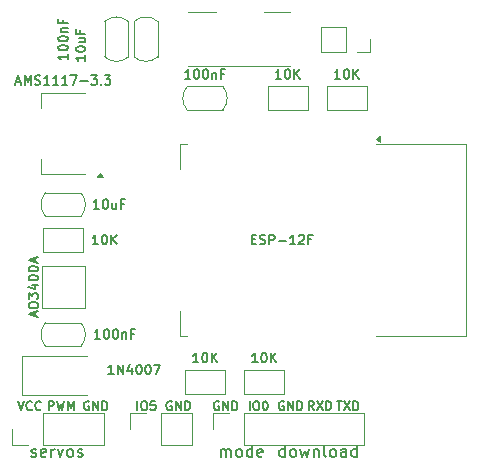
<source format=gto>
%TF.GenerationSoftware,KiCad,Pcbnew,8.0.7*%
%TF.CreationDate,2025-01-03T22:16:07+08:00*%
%TF.ProjectId,remote_fingers_ESP8266,72656d6f-7465-45f6-9669-6e676572735f,rev?*%
%TF.SameCoordinates,Original*%
%TF.FileFunction,Legend,Top*%
%TF.FilePolarity,Positive*%
%FSLAX46Y46*%
G04 Gerber Fmt 4.6, Leading zero omitted, Abs format (unit mm)*
G04 Created by KiCad (PCBNEW 8.0.7) date 2025-01-03 22:16:07*
%MOMM*%
%LPD*%
G01*
G04 APERTURE LIST*
%ADD10C,0.150000*%
%ADD11C,0.120000*%
G04 APERTURE END LIST*
D10*
X75289160Y-118322200D02*
X75384398Y-118369819D01*
X75384398Y-118369819D02*
X75574874Y-118369819D01*
X75574874Y-118369819D02*
X75670112Y-118322200D01*
X75670112Y-118322200D02*
X75717731Y-118226961D01*
X75717731Y-118226961D02*
X75717731Y-118179342D01*
X75717731Y-118179342D02*
X75670112Y-118084104D01*
X75670112Y-118084104D02*
X75574874Y-118036485D01*
X75574874Y-118036485D02*
X75432017Y-118036485D01*
X75432017Y-118036485D02*
X75336779Y-117988866D01*
X75336779Y-117988866D02*
X75289160Y-117893628D01*
X75289160Y-117893628D02*
X75289160Y-117846009D01*
X75289160Y-117846009D02*
X75336779Y-117750771D01*
X75336779Y-117750771D02*
X75432017Y-117703152D01*
X75432017Y-117703152D02*
X75574874Y-117703152D01*
X75574874Y-117703152D02*
X75670112Y-117750771D01*
X76527255Y-118322200D02*
X76432017Y-118369819D01*
X76432017Y-118369819D02*
X76241541Y-118369819D01*
X76241541Y-118369819D02*
X76146303Y-118322200D01*
X76146303Y-118322200D02*
X76098684Y-118226961D01*
X76098684Y-118226961D02*
X76098684Y-117846009D01*
X76098684Y-117846009D02*
X76146303Y-117750771D01*
X76146303Y-117750771D02*
X76241541Y-117703152D01*
X76241541Y-117703152D02*
X76432017Y-117703152D01*
X76432017Y-117703152D02*
X76527255Y-117750771D01*
X76527255Y-117750771D02*
X76574874Y-117846009D01*
X76574874Y-117846009D02*
X76574874Y-117941247D01*
X76574874Y-117941247D02*
X76098684Y-118036485D01*
X77003446Y-118369819D02*
X77003446Y-117703152D01*
X77003446Y-117893628D02*
X77051065Y-117798390D01*
X77051065Y-117798390D02*
X77098684Y-117750771D01*
X77098684Y-117750771D02*
X77193922Y-117703152D01*
X77193922Y-117703152D02*
X77289160Y-117703152D01*
X77527256Y-117703152D02*
X77765351Y-118369819D01*
X77765351Y-118369819D02*
X78003446Y-117703152D01*
X78527256Y-118369819D02*
X78432018Y-118322200D01*
X78432018Y-118322200D02*
X78384399Y-118274580D01*
X78384399Y-118274580D02*
X78336780Y-118179342D01*
X78336780Y-118179342D02*
X78336780Y-117893628D01*
X78336780Y-117893628D02*
X78384399Y-117798390D01*
X78384399Y-117798390D02*
X78432018Y-117750771D01*
X78432018Y-117750771D02*
X78527256Y-117703152D01*
X78527256Y-117703152D02*
X78670113Y-117703152D01*
X78670113Y-117703152D02*
X78765351Y-117750771D01*
X78765351Y-117750771D02*
X78812970Y-117798390D01*
X78812970Y-117798390D02*
X78860589Y-117893628D01*
X78860589Y-117893628D02*
X78860589Y-118179342D01*
X78860589Y-118179342D02*
X78812970Y-118274580D01*
X78812970Y-118274580D02*
X78765351Y-118322200D01*
X78765351Y-118322200D02*
X78670113Y-118369819D01*
X78670113Y-118369819D02*
X78527256Y-118369819D01*
X79241542Y-118322200D02*
X79336780Y-118369819D01*
X79336780Y-118369819D02*
X79527256Y-118369819D01*
X79527256Y-118369819D02*
X79622494Y-118322200D01*
X79622494Y-118322200D02*
X79670113Y-118226961D01*
X79670113Y-118226961D02*
X79670113Y-118179342D01*
X79670113Y-118179342D02*
X79622494Y-118084104D01*
X79622494Y-118084104D02*
X79527256Y-118036485D01*
X79527256Y-118036485D02*
X79384399Y-118036485D01*
X79384399Y-118036485D02*
X79289161Y-117988866D01*
X79289161Y-117988866D02*
X79241542Y-117893628D01*
X79241542Y-117893628D02*
X79241542Y-117846009D01*
X79241542Y-117846009D02*
X79289161Y-117750771D01*
X79289161Y-117750771D02*
X79384399Y-117703152D01*
X79384399Y-117703152D02*
X79527256Y-117703152D01*
X79527256Y-117703152D02*
X79622494Y-117750771D01*
X91336779Y-118369819D02*
X91336779Y-117703152D01*
X91336779Y-117798390D02*
X91384398Y-117750771D01*
X91384398Y-117750771D02*
X91479636Y-117703152D01*
X91479636Y-117703152D02*
X91622493Y-117703152D01*
X91622493Y-117703152D02*
X91717731Y-117750771D01*
X91717731Y-117750771D02*
X91765350Y-117846009D01*
X91765350Y-117846009D02*
X91765350Y-118369819D01*
X91765350Y-117846009D02*
X91812969Y-117750771D01*
X91812969Y-117750771D02*
X91908207Y-117703152D01*
X91908207Y-117703152D02*
X92051064Y-117703152D01*
X92051064Y-117703152D02*
X92146303Y-117750771D01*
X92146303Y-117750771D02*
X92193922Y-117846009D01*
X92193922Y-117846009D02*
X92193922Y-118369819D01*
X92812969Y-118369819D02*
X92717731Y-118322200D01*
X92717731Y-118322200D02*
X92670112Y-118274580D01*
X92670112Y-118274580D02*
X92622493Y-118179342D01*
X92622493Y-118179342D02*
X92622493Y-117893628D01*
X92622493Y-117893628D02*
X92670112Y-117798390D01*
X92670112Y-117798390D02*
X92717731Y-117750771D01*
X92717731Y-117750771D02*
X92812969Y-117703152D01*
X92812969Y-117703152D02*
X92955826Y-117703152D01*
X92955826Y-117703152D02*
X93051064Y-117750771D01*
X93051064Y-117750771D02*
X93098683Y-117798390D01*
X93098683Y-117798390D02*
X93146302Y-117893628D01*
X93146302Y-117893628D02*
X93146302Y-118179342D01*
X93146302Y-118179342D02*
X93098683Y-118274580D01*
X93098683Y-118274580D02*
X93051064Y-118322200D01*
X93051064Y-118322200D02*
X92955826Y-118369819D01*
X92955826Y-118369819D02*
X92812969Y-118369819D01*
X94003445Y-118369819D02*
X94003445Y-117369819D01*
X94003445Y-118322200D02*
X93908207Y-118369819D01*
X93908207Y-118369819D02*
X93717731Y-118369819D01*
X93717731Y-118369819D02*
X93622493Y-118322200D01*
X93622493Y-118322200D02*
X93574874Y-118274580D01*
X93574874Y-118274580D02*
X93527255Y-118179342D01*
X93527255Y-118179342D02*
X93527255Y-117893628D01*
X93527255Y-117893628D02*
X93574874Y-117798390D01*
X93574874Y-117798390D02*
X93622493Y-117750771D01*
X93622493Y-117750771D02*
X93717731Y-117703152D01*
X93717731Y-117703152D02*
X93908207Y-117703152D01*
X93908207Y-117703152D02*
X94003445Y-117750771D01*
X94860588Y-118322200D02*
X94765350Y-118369819D01*
X94765350Y-118369819D02*
X94574874Y-118369819D01*
X94574874Y-118369819D02*
X94479636Y-118322200D01*
X94479636Y-118322200D02*
X94432017Y-118226961D01*
X94432017Y-118226961D02*
X94432017Y-117846009D01*
X94432017Y-117846009D02*
X94479636Y-117750771D01*
X94479636Y-117750771D02*
X94574874Y-117703152D01*
X94574874Y-117703152D02*
X94765350Y-117703152D01*
X94765350Y-117703152D02*
X94860588Y-117750771D01*
X94860588Y-117750771D02*
X94908207Y-117846009D01*
X94908207Y-117846009D02*
X94908207Y-117941247D01*
X94908207Y-117941247D02*
X94432017Y-118036485D01*
X96765350Y-118369819D02*
X96765350Y-117369819D01*
X96765350Y-118322200D02*
X96670112Y-118369819D01*
X96670112Y-118369819D02*
X96479636Y-118369819D01*
X96479636Y-118369819D02*
X96384398Y-118322200D01*
X96384398Y-118322200D02*
X96336779Y-118274580D01*
X96336779Y-118274580D02*
X96289160Y-118179342D01*
X96289160Y-118179342D02*
X96289160Y-117893628D01*
X96289160Y-117893628D02*
X96336779Y-117798390D01*
X96336779Y-117798390D02*
X96384398Y-117750771D01*
X96384398Y-117750771D02*
X96479636Y-117703152D01*
X96479636Y-117703152D02*
X96670112Y-117703152D01*
X96670112Y-117703152D02*
X96765350Y-117750771D01*
X97384398Y-118369819D02*
X97289160Y-118322200D01*
X97289160Y-118322200D02*
X97241541Y-118274580D01*
X97241541Y-118274580D02*
X97193922Y-118179342D01*
X97193922Y-118179342D02*
X97193922Y-117893628D01*
X97193922Y-117893628D02*
X97241541Y-117798390D01*
X97241541Y-117798390D02*
X97289160Y-117750771D01*
X97289160Y-117750771D02*
X97384398Y-117703152D01*
X97384398Y-117703152D02*
X97527255Y-117703152D01*
X97527255Y-117703152D02*
X97622493Y-117750771D01*
X97622493Y-117750771D02*
X97670112Y-117798390D01*
X97670112Y-117798390D02*
X97717731Y-117893628D01*
X97717731Y-117893628D02*
X97717731Y-118179342D01*
X97717731Y-118179342D02*
X97670112Y-118274580D01*
X97670112Y-118274580D02*
X97622493Y-118322200D01*
X97622493Y-118322200D02*
X97527255Y-118369819D01*
X97527255Y-118369819D02*
X97384398Y-118369819D01*
X98051065Y-117703152D02*
X98241541Y-118369819D01*
X98241541Y-118369819D02*
X98432017Y-117893628D01*
X98432017Y-117893628D02*
X98622493Y-118369819D01*
X98622493Y-118369819D02*
X98812969Y-117703152D01*
X99193922Y-117703152D02*
X99193922Y-118369819D01*
X99193922Y-117798390D02*
X99241541Y-117750771D01*
X99241541Y-117750771D02*
X99336779Y-117703152D01*
X99336779Y-117703152D02*
X99479636Y-117703152D01*
X99479636Y-117703152D02*
X99574874Y-117750771D01*
X99574874Y-117750771D02*
X99622493Y-117846009D01*
X99622493Y-117846009D02*
X99622493Y-118369819D01*
X100241541Y-118369819D02*
X100146303Y-118322200D01*
X100146303Y-118322200D02*
X100098684Y-118226961D01*
X100098684Y-118226961D02*
X100098684Y-117369819D01*
X100765351Y-118369819D02*
X100670113Y-118322200D01*
X100670113Y-118322200D02*
X100622494Y-118274580D01*
X100622494Y-118274580D02*
X100574875Y-118179342D01*
X100574875Y-118179342D02*
X100574875Y-117893628D01*
X100574875Y-117893628D02*
X100622494Y-117798390D01*
X100622494Y-117798390D02*
X100670113Y-117750771D01*
X100670113Y-117750771D02*
X100765351Y-117703152D01*
X100765351Y-117703152D02*
X100908208Y-117703152D01*
X100908208Y-117703152D02*
X101003446Y-117750771D01*
X101003446Y-117750771D02*
X101051065Y-117798390D01*
X101051065Y-117798390D02*
X101098684Y-117893628D01*
X101098684Y-117893628D02*
X101098684Y-118179342D01*
X101098684Y-118179342D02*
X101051065Y-118274580D01*
X101051065Y-118274580D02*
X101003446Y-118322200D01*
X101003446Y-118322200D02*
X100908208Y-118369819D01*
X100908208Y-118369819D02*
X100765351Y-118369819D01*
X101955827Y-118369819D02*
X101955827Y-117846009D01*
X101955827Y-117846009D02*
X101908208Y-117750771D01*
X101908208Y-117750771D02*
X101812970Y-117703152D01*
X101812970Y-117703152D02*
X101622494Y-117703152D01*
X101622494Y-117703152D02*
X101527256Y-117750771D01*
X101955827Y-118322200D02*
X101860589Y-118369819D01*
X101860589Y-118369819D02*
X101622494Y-118369819D01*
X101622494Y-118369819D02*
X101527256Y-118322200D01*
X101527256Y-118322200D02*
X101479637Y-118226961D01*
X101479637Y-118226961D02*
X101479637Y-118131723D01*
X101479637Y-118131723D02*
X101527256Y-118036485D01*
X101527256Y-118036485D02*
X101622494Y-117988866D01*
X101622494Y-117988866D02*
X101860589Y-117988866D01*
X101860589Y-117988866D02*
X101955827Y-117941247D01*
X102860589Y-118369819D02*
X102860589Y-117369819D01*
X102860589Y-118322200D02*
X102765351Y-118369819D01*
X102765351Y-118369819D02*
X102574875Y-118369819D01*
X102574875Y-118369819D02*
X102479637Y-118322200D01*
X102479637Y-118322200D02*
X102432018Y-118274580D01*
X102432018Y-118274580D02*
X102384399Y-118179342D01*
X102384399Y-118179342D02*
X102384399Y-117893628D01*
X102384399Y-117893628D02*
X102432018Y-117798390D01*
X102432018Y-117798390D02*
X102479637Y-117750771D01*
X102479637Y-117750771D02*
X102574875Y-117703152D01*
X102574875Y-117703152D02*
X102765351Y-117703152D01*
X102765351Y-117703152D02*
X102860589Y-117750771D01*
X101170112Y-113650414D02*
X101598684Y-113650414D01*
X101384398Y-114400414D02*
X101384398Y-113650414D01*
X101777255Y-113650414D02*
X102277255Y-114400414D01*
X102277255Y-113650414D02*
X101777255Y-114400414D01*
X102562970Y-114400414D02*
X102562970Y-113650414D01*
X102562970Y-113650414D02*
X102741541Y-113650414D01*
X102741541Y-113650414D02*
X102848684Y-113686128D01*
X102848684Y-113686128D02*
X102920113Y-113757557D01*
X102920113Y-113757557D02*
X102955827Y-113828985D01*
X102955827Y-113828985D02*
X102991541Y-113971842D01*
X102991541Y-113971842D02*
X102991541Y-114078985D01*
X102991541Y-114078985D02*
X102955827Y-114221842D01*
X102955827Y-114221842D02*
X102920113Y-114293271D01*
X102920113Y-114293271D02*
X102848684Y-114364700D01*
X102848684Y-114364700D02*
X102741541Y-114400414D01*
X102741541Y-114400414D02*
X102562970Y-114400414D01*
X99205826Y-114400414D02*
X98955826Y-114043271D01*
X98777255Y-114400414D02*
X98777255Y-113650414D01*
X98777255Y-113650414D02*
X99062969Y-113650414D01*
X99062969Y-113650414D02*
X99134398Y-113686128D01*
X99134398Y-113686128D02*
X99170112Y-113721842D01*
X99170112Y-113721842D02*
X99205826Y-113793271D01*
X99205826Y-113793271D02*
X99205826Y-113900414D01*
X99205826Y-113900414D02*
X99170112Y-113971842D01*
X99170112Y-113971842D02*
X99134398Y-114007557D01*
X99134398Y-114007557D02*
X99062969Y-114043271D01*
X99062969Y-114043271D02*
X98777255Y-114043271D01*
X99455826Y-113650414D02*
X99955826Y-114400414D01*
X99955826Y-113650414D02*
X99455826Y-114400414D01*
X100241541Y-114400414D02*
X100241541Y-113650414D01*
X100241541Y-113650414D02*
X100420112Y-113650414D01*
X100420112Y-113650414D02*
X100527255Y-113686128D01*
X100527255Y-113686128D02*
X100598684Y-113757557D01*
X100598684Y-113757557D02*
X100634398Y-113828985D01*
X100634398Y-113828985D02*
X100670112Y-113971842D01*
X100670112Y-113971842D02*
X100670112Y-114078985D01*
X100670112Y-114078985D02*
X100634398Y-114221842D01*
X100634398Y-114221842D02*
X100598684Y-114293271D01*
X100598684Y-114293271D02*
X100527255Y-114364700D01*
X100527255Y-114364700D02*
X100420112Y-114400414D01*
X100420112Y-114400414D02*
X100241541Y-114400414D01*
X96670112Y-113686128D02*
X96598684Y-113650414D01*
X96598684Y-113650414D02*
X96491541Y-113650414D01*
X96491541Y-113650414D02*
X96384398Y-113686128D01*
X96384398Y-113686128D02*
X96312969Y-113757557D01*
X96312969Y-113757557D02*
X96277255Y-113828985D01*
X96277255Y-113828985D02*
X96241541Y-113971842D01*
X96241541Y-113971842D02*
X96241541Y-114078985D01*
X96241541Y-114078985D02*
X96277255Y-114221842D01*
X96277255Y-114221842D02*
X96312969Y-114293271D01*
X96312969Y-114293271D02*
X96384398Y-114364700D01*
X96384398Y-114364700D02*
X96491541Y-114400414D01*
X96491541Y-114400414D02*
X96562969Y-114400414D01*
X96562969Y-114400414D02*
X96670112Y-114364700D01*
X96670112Y-114364700D02*
X96705826Y-114328985D01*
X96705826Y-114328985D02*
X96705826Y-114078985D01*
X96705826Y-114078985D02*
X96562969Y-114078985D01*
X97027255Y-114400414D02*
X97027255Y-113650414D01*
X97027255Y-113650414D02*
X97455826Y-114400414D01*
X97455826Y-114400414D02*
X97455826Y-113650414D01*
X97812969Y-114400414D02*
X97812969Y-113650414D01*
X97812969Y-113650414D02*
X97991540Y-113650414D01*
X97991540Y-113650414D02*
X98098683Y-113686128D01*
X98098683Y-113686128D02*
X98170112Y-113757557D01*
X98170112Y-113757557D02*
X98205826Y-113828985D01*
X98205826Y-113828985D02*
X98241540Y-113971842D01*
X98241540Y-113971842D02*
X98241540Y-114078985D01*
X98241540Y-114078985D02*
X98205826Y-114221842D01*
X98205826Y-114221842D02*
X98170112Y-114293271D01*
X98170112Y-114293271D02*
X98098683Y-114364700D01*
X98098683Y-114364700D02*
X97991540Y-114400414D01*
X97991540Y-114400414D02*
X97812969Y-114400414D01*
X93777255Y-114400414D02*
X93777255Y-113650414D01*
X94277255Y-113650414D02*
X94420112Y-113650414D01*
X94420112Y-113650414D02*
X94491541Y-113686128D01*
X94491541Y-113686128D02*
X94562969Y-113757557D01*
X94562969Y-113757557D02*
X94598684Y-113900414D01*
X94598684Y-113900414D02*
X94598684Y-114150414D01*
X94598684Y-114150414D02*
X94562969Y-114293271D01*
X94562969Y-114293271D02*
X94491541Y-114364700D01*
X94491541Y-114364700D02*
X94420112Y-114400414D01*
X94420112Y-114400414D02*
X94277255Y-114400414D01*
X94277255Y-114400414D02*
X94205827Y-114364700D01*
X94205827Y-114364700D02*
X94134398Y-114293271D01*
X94134398Y-114293271D02*
X94098684Y-114150414D01*
X94098684Y-114150414D02*
X94098684Y-113900414D01*
X94098684Y-113900414D02*
X94134398Y-113757557D01*
X94134398Y-113757557D02*
X94205827Y-113686128D01*
X94205827Y-113686128D02*
X94277255Y-113650414D01*
X95062969Y-113650414D02*
X95134398Y-113650414D01*
X95134398Y-113650414D02*
X95205826Y-113686128D01*
X95205826Y-113686128D02*
X95241541Y-113721842D01*
X95241541Y-113721842D02*
X95277255Y-113793271D01*
X95277255Y-113793271D02*
X95312969Y-113936128D01*
X95312969Y-113936128D02*
X95312969Y-114114700D01*
X95312969Y-114114700D02*
X95277255Y-114257557D01*
X95277255Y-114257557D02*
X95241541Y-114328985D01*
X95241541Y-114328985D02*
X95205826Y-114364700D01*
X95205826Y-114364700D02*
X95134398Y-114400414D01*
X95134398Y-114400414D02*
X95062969Y-114400414D01*
X95062969Y-114400414D02*
X94991541Y-114364700D01*
X94991541Y-114364700D02*
X94955826Y-114328985D01*
X94955826Y-114328985D02*
X94920112Y-114257557D01*
X94920112Y-114257557D02*
X94884398Y-114114700D01*
X94884398Y-114114700D02*
X94884398Y-113936128D01*
X94884398Y-113936128D02*
X94920112Y-113793271D01*
X94920112Y-113793271D02*
X94955826Y-113721842D01*
X94955826Y-113721842D02*
X94991541Y-113686128D01*
X94991541Y-113686128D02*
X95062969Y-113650414D01*
X91170112Y-113686128D02*
X91098684Y-113650414D01*
X91098684Y-113650414D02*
X90991541Y-113650414D01*
X90991541Y-113650414D02*
X90884398Y-113686128D01*
X90884398Y-113686128D02*
X90812969Y-113757557D01*
X90812969Y-113757557D02*
X90777255Y-113828985D01*
X90777255Y-113828985D02*
X90741541Y-113971842D01*
X90741541Y-113971842D02*
X90741541Y-114078985D01*
X90741541Y-114078985D02*
X90777255Y-114221842D01*
X90777255Y-114221842D02*
X90812969Y-114293271D01*
X90812969Y-114293271D02*
X90884398Y-114364700D01*
X90884398Y-114364700D02*
X90991541Y-114400414D01*
X90991541Y-114400414D02*
X91062969Y-114400414D01*
X91062969Y-114400414D02*
X91170112Y-114364700D01*
X91170112Y-114364700D02*
X91205826Y-114328985D01*
X91205826Y-114328985D02*
X91205826Y-114078985D01*
X91205826Y-114078985D02*
X91062969Y-114078985D01*
X91527255Y-114400414D02*
X91527255Y-113650414D01*
X91527255Y-113650414D02*
X91955826Y-114400414D01*
X91955826Y-114400414D02*
X91955826Y-113650414D01*
X92312969Y-114400414D02*
X92312969Y-113650414D01*
X92312969Y-113650414D02*
X92491540Y-113650414D01*
X92491540Y-113650414D02*
X92598683Y-113686128D01*
X92598683Y-113686128D02*
X92670112Y-113757557D01*
X92670112Y-113757557D02*
X92705826Y-113828985D01*
X92705826Y-113828985D02*
X92741540Y-113971842D01*
X92741540Y-113971842D02*
X92741540Y-114078985D01*
X92741540Y-114078985D02*
X92705826Y-114221842D01*
X92705826Y-114221842D02*
X92670112Y-114293271D01*
X92670112Y-114293271D02*
X92598683Y-114364700D01*
X92598683Y-114364700D02*
X92491540Y-114400414D01*
X92491540Y-114400414D02*
X92312969Y-114400414D01*
X84277255Y-114400414D02*
X84277255Y-113650414D01*
X84777255Y-113650414D02*
X84920112Y-113650414D01*
X84920112Y-113650414D02*
X84991541Y-113686128D01*
X84991541Y-113686128D02*
X85062969Y-113757557D01*
X85062969Y-113757557D02*
X85098684Y-113900414D01*
X85098684Y-113900414D02*
X85098684Y-114150414D01*
X85098684Y-114150414D02*
X85062969Y-114293271D01*
X85062969Y-114293271D02*
X84991541Y-114364700D01*
X84991541Y-114364700D02*
X84920112Y-114400414D01*
X84920112Y-114400414D02*
X84777255Y-114400414D01*
X84777255Y-114400414D02*
X84705827Y-114364700D01*
X84705827Y-114364700D02*
X84634398Y-114293271D01*
X84634398Y-114293271D02*
X84598684Y-114150414D01*
X84598684Y-114150414D02*
X84598684Y-113900414D01*
X84598684Y-113900414D02*
X84634398Y-113757557D01*
X84634398Y-113757557D02*
X84705827Y-113686128D01*
X84705827Y-113686128D02*
X84777255Y-113650414D01*
X85777255Y-113650414D02*
X85420112Y-113650414D01*
X85420112Y-113650414D02*
X85384398Y-114007557D01*
X85384398Y-114007557D02*
X85420112Y-113971842D01*
X85420112Y-113971842D02*
X85491541Y-113936128D01*
X85491541Y-113936128D02*
X85670112Y-113936128D01*
X85670112Y-113936128D02*
X85741541Y-113971842D01*
X85741541Y-113971842D02*
X85777255Y-114007557D01*
X85777255Y-114007557D02*
X85812969Y-114078985D01*
X85812969Y-114078985D02*
X85812969Y-114257557D01*
X85812969Y-114257557D02*
X85777255Y-114328985D01*
X85777255Y-114328985D02*
X85741541Y-114364700D01*
X85741541Y-114364700D02*
X85670112Y-114400414D01*
X85670112Y-114400414D02*
X85491541Y-114400414D01*
X85491541Y-114400414D02*
X85420112Y-114364700D01*
X85420112Y-114364700D02*
X85384398Y-114328985D01*
X87170112Y-113686128D02*
X87098684Y-113650414D01*
X87098684Y-113650414D02*
X86991541Y-113650414D01*
X86991541Y-113650414D02*
X86884398Y-113686128D01*
X86884398Y-113686128D02*
X86812969Y-113757557D01*
X86812969Y-113757557D02*
X86777255Y-113828985D01*
X86777255Y-113828985D02*
X86741541Y-113971842D01*
X86741541Y-113971842D02*
X86741541Y-114078985D01*
X86741541Y-114078985D02*
X86777255Y-114221842D01*
X86777255Y-114221842D02*
X86812969Y-114293271D01*
X86812969Y-114293271D02*
X86884398Y-114364700D01*
X86884398Y-114364700D02*
X86991541Y-114400414D01*
X86991541Y-114400414D02*
X87062969Y-114400414D01*
X87062969Y-114400414D02*
X87170112Y-114364700D01*
X87170112Y-114364700D02*
X87205826Y-114328985D01*
X87205826Y-114328985D02*
X87205826Y-114078985D01*
X87205826Y-114078985D02*
X87062969Y-114078985D01*
X87527255Y-114400414D02*
X87527255Y-113650414D01*
X87527255Y-113650414D02*
X87955826Y-114400414D01*
X87955826Y-114400414D02*
X87955826Y-113650414D01*
X88312969Y-114400414D02*
X88312969Y-113650414D01*
X88312969Y-113650414D02*
X88491540Y-113650414D01*
X88491540Y-113650414D02*
X88598683Y-113686128D01*
X88598683Y-113686128D02*
X88670112Y-113757557D01*
X88670112Y-113757557D02*
X88705826Y-113828985D01*
X88705826Y-113828985D02*
X88741540Y-113971842D01*
X88741540Y-113971842D02*
X88741540Y-114078985D01*
X88741540Y-114078985D02*
X88705826Y-114221842D01*
X88705826Y-114221842D02*
X88670112Y-114293271D01*
X88670112Y-114293271D02*
X88598683Y-114364700D01*
X88598683Y-114364700D02*
X88491540Y-114400414D01*
X88491540Y-114400414D02*
X88312969Y-114400414D01*
X80170112Y-113686128D02*
X80098684Y-113650414D01*
X80098684Y-113650414D02*
X79991541Y-113650414D01*
X79991541Y-113650414D02*
X79884398Y-113686128D01*
X79884398Y-113686128D02*
X79812969Y-113757557D01*
X79812969Y-113757557D02*
X79777255Y-113828985D01*
X79777255Y-113828985D02*
X79741541Y-113971842D01*
X79741541Y-113971842D02*
X79741541Y-114078985D01*
X79741541Y-114078985D02*
X79777255Y-114221842D01*
X79777255Y-114221842D02*
X79812969Y-114293271D01*
X79812969Y-114293271D02*
X79884398Y-114364700D01*
X79884398Y-114364700D02*
X79991541Y-114400414D01*
X79991541Y-114400414D02*
X80062969Y-114400414D01*
X80062969Y-114400414D02*
X80170112Y-114364700D01*
X80170112Y-114364700D02*
X80205826Y-114328985D01*
X80205826Y-114328985D02*
X80205826Y-114078985D01*
X80205826Y-114078985D02*
X80062969Y-114078985D01*
X80527255Y-114400414D02*
X80527255Y-113650414D01*
X80527255Y-113650414D02*
X80955826Y-114400414D01*
X80955826Y-114400414D02*
X80955826Y-113650414D01*
X81312969Y-114400414D02*
X81312969Y-113650414D01*
X81312969Y-113650414D02*
X81491540Y-113650414D01*
X81491540Y-113650414D02*
X81598683Y-113686128D01*
X81598683Y-113686128D02*
X81670112Y-113757557D01*
X81670112Y-113757557D02*
X81705826Y-113828985D01*
X81705826Y-113828985D02*
X81741540Y-113971842D01*
X81741540Y-113971842D02*
X81741540Y-114078985D01*
X81741540Y-114078985D02*
X81705826Y-114221842D01*
X81705826Y-114221842D02*
X81670112Y-114293271D01*
X81670112Y-114293271D02*
X81598683Y-114364700D01*
X81598683Y-114364700D02*
X81491540Y-114400414D01*
X81491540Y-114400414D02*
X81312969Y-114400414D01*
X76777255Y-114400414D02*
X76777255Y-113650414D01*
X76777255Y-113650414D02*
X77062969Y-113650414D01*
X77062969Y-113650414D02*
X77134398Y-113686128D01*
X77134398Y-113686128D02*
X77170112Y-113721842D01*
X77170112Y-113721842D02*
X77205826Y-113793271D01*
X77205826Y-113793271D02*
X77205826Y-113900414D01*
X77205826Y-113900414D02*
X77170112Y-113971842D01*
X77170112Y-113971842D02*
X77134398Y-114007557D01*
X77134398Y-114007557D02*
X77062969Y-114043271D01*
X77062969Y-114043271D02*
X76777255Y-114043271D01*
X77455826Y-113650414D02*
X77634398Y-114400414D01*
X77634398Y-114400414D02*
X77777255Y-113864700D01*
X77777255Y-113864700D02*
X77920112Y-114400414D01*
X77920112Y-114400414D02*
X78098684Y-113650414D01*
X78384398Y-114400414D02*
X78384398Y-113650414D01*
X78384398Y-113650414D02*
X78634398Y-114186128D01*
X78634398Y-114186128D02*
X78884398Y-113650414D01*
X78884398Y-113650414D02*
X78884398Y-114400414D01*
X74170112Y-113650414D02*
X74420112Y-114400414D01*
X74420112Y-114400414D02*
X74670112Y-113650414D01*
X75348683Y-114328985D02*
X75312969Y-114364700D01*
X75312969Y-114364700D02*
X75205826Y-114400414D01*
X75205826Y-114400414D02*
X75134398Y-114400414D01*
X75134398Y-114400414D02*
X75027255Y-114364700D01*
X75027255Y-114364700D02*
X74955826Y-114293271D01*
X74955826Y-114293271D02*
X74920112Y-114221842D01*
X74920112Y-114221842D02*
X74884398Y-114078985D01*
X74884398Y-114078985D02*
X74884398Y-113971842D01*
X74884398Y-113971842D02*
X74920112Y-113828985D01*
X74920112Y-113828985D02*
X74955826Y-113757557D01*
X74955826Y-113757557D02*
X75027255Y-113686128D01*
X75027255Y-113686128D02*
X75134398Y-113650414D01*
X75134398Y-113650414D02*
X75205826Y-113650414D01*
X75205826Y-113650414D02*
X75312969Y-113686128D01*
X75312969Y-113686128D02*
X75348683Y-113721842D01*
X76098683Y-114328985D02*
X76062969Y-114364700D01*
X76062969Y-114364700D02*
X75955826Y-114400414D01*
X75955826Y-114400414D02*
X75884398Y-114400414D01*
X75884398Y-114400414D02*
X75777255Y-114364700D01*
X75777255Y-114364700D02*
X75705826Y-114293271D01*
X75705826Y-114293271D02*
X75670112Y-114221842D01*
X75670112Y-114221842D02*
X75634398Y-114078985D01*
X75634398Y-114078985D02*
X75634398Y-113971842D01*
X75634398Y-113971842D02*
X75670112Y-113828985D01*
X75670112Y-113828985D02*
X75705826Y-113757557D01*
X75705826Y-113757557D02*
X75777255Y-113686128D01*
X75777255Y-113686128D02*
X75884398Y-113650414D01*
X75884398Y-113650414D02*
X75955826Y-113650414D01*
X75955826Y-113650414D02*
X76062969Y-113686128D01*
X76062969Y-113686128D02*
X76098683Y-113721842D01*
X93947619Y-99943247D02*
X94214285Y-99943247D01*
X94328571Y-100362295D02*
X93947619Y-100362295D01*
X93947619Y-100362295D02*
X93947619Y-99562295D01*
X93947619Y-99562295D02*
X94328571Y-99562295D01*
X94633333Y-100324200D02*
X94747619Y-100362295D01*
X94747619Y-100362295D02*
X94938095Y-100362295D01*
X94938095Y-100362295D02*
X95014286Y-100324200D01*
X95014286Y-100324200D02*
X95052381Y-100286104D01*
X95052381Y-100286104D02*
X95090476Y-100209914D01*
X95090476Y-100209914D02*
X95090476Y-100133723D01*
X95090476Y-100133723D02*
X95052381Y-100057533D01*
X95052381Y-100057533D02*
X95014286Y-100019438D01*
X95014286Y-100019438D02*
X94938095Y-99981342D01*
X94938095Y-99981342D02*
X94785714Y-99943247D01*
X94785714Y-99943247D02*
X94709524Y-99905152D01*
X94709524Y-99905152D02*
X94671429Y-99867057D01*
X94671429Y-99867057D02*
X94633333Y-99790866D01*
X94633333Y-99790866D02*
X94633333Y-99714676D01*
X94633333Y-99714676D02*
X94671429Y-99638485D01*
X94671429Y-99638485D02*
X94709524Y-99600390D01*
X94709524Y-99600390D02*
X94785714Y-99562295D01*
X94785714Y-99562295D02*
X94976191Y-99562295D01*
X94976191Y-99562295D02*
X95090476Y-99600390D01*
X95433334Y-100362295D02*
X95433334Y-99562295D01*
X95433334Y-99562295D02*
X95738096Y-99562295D01*
X95738096Y-99562295D02*
X95814286Y-99600390D01*
X95814286Y-99600390D02*
X95852381Y-99638485D01*
X95852381Y-99638485D02*
X95890477Y-99714676D01*
X95890477Y-99714676D02*
X95890477Y-99828961D01*
X95890477Y-99828961D02*
X95852381Y-99905152D01*
X95852381Y-99905152D02*
X95814286Y-99943247D01*
X95814286Y-99943247D02*
X95738096Y-99981342D01*
X95738096Y-99981342D02*
X95433334Y-99981342D01*
X96233334Y-100057533D02*
X96842858Y-100057533D01*
X97642857Y-100362295D02*
X97185714Y-100362295D01*
X97414286Y-100362295D02*
X97414286Y-99562295D01*
X97414286Y-99562295D02*
X97338095Y-99676580D01*
X97338095Y-99676580D02*
X97261905Y-99752771D01*
X97261905Y-99752771D02*
X97185714Y-99790866D01*
X97947619Y-99638485D02*
X97985715Y-99600390D01*
X97985715Y-99600390D02*
X98061905Y-99562295D01*
X98061905Y-99562295D02*
X98252381Y-99562295D01*
X98252381Y-99562295D02*
X98328572Y-99600390D01*
X98328572Y-99600390D02*
X98366667Y-99638485D01*
X98366667Y-99638485D02*
X98404762Y-99714676D01*
X98404762Y-99714676D02*
X98404762Y-99790866D01*
X98404762Y-99790866D02*
X98366667Y-99905152D01*
X98366667Y-99905152D02*
X97909524Y-100362295D01*
X97909524Y-100362295D02*
X98404762Y-100362295D01*
X99014286Y-99943247D02*
X98747620Y-99943247D01*
X98747620Y-100362295D02*
X98747620Y-99562295D01*
X98747620Y-99562295D02*
X99128572Y-99562295D01*
X73999999Y-86633723D02*
X74380952Y-86633723D01*
X73923809Y-86862295D02*
X74190476Y-86062295D01*
X74190476Y-86062295D02*
X74457142Y-86862295D01*
X74723809Y-86862295D02*
X74723809Y-86062295D01*
X74723809Y-86062295D02*
X74990475Y-86633723D01*
X74990475Y-86633723D02*
X75257142Y-86062295D01*
X75257142Y-86062295D02*
X75257142Y-86862295D01*
X75599999Y-86824200D02*
X75714285Y-86862295D01*
X75714285Y-86862295D02*
X75904761Y-86862295D01*
X75904761Y-86862295D02*
X75980952Y-86824200D01*
X75980952Y-86824200D02*
X76019047Y-86786104D01*
X76019047Y-86786104D02*
X76057142Y-86709914D01*
X76057142Y-86709914D02*
X76057142Y-86633723D01*
X76057142Y-86633723D02*
X76019047Y-86557533D01*
X76019047Y-86557533D02*
X75980952Y-86519438D01*
X75980952Y-86519438D02*
X75904761Y-86481342D01*
X75904761Y-86481342D02*
X75752380Y-86443247D01*
X75752380Y-86443247D02*
X75676190Y-86405152D01*
X75676190Y-86405152D02*
X75638095Y-86367057D01*
X75638095Y-86367057D02*
X75599999Y-86290866D01*
X75599999Y-86290866D02*
X75599999Y-86214676D01*
X75599999Y-86214676D02*
X75638095Y-86138485D01*
X75638095Y-86138485D02*
X75676190Y-86100390D01*
X75676190Y-86100390D02*
X75752380Y-86062295D01*
X75752380Y-86062295D02*
X75942857Y-86062295D01*
X75942857Y-86062295D02*
X76057142Y-86100390D01*
X76819047Y-86862295D02*
X76361904Y-86862295D01*
X76590476Y-86862295D02*
X76590476Y-86062295D01*
X76590476Y-86062295D02*
X76514285Y-86176580D01*
X76514285Y-86176580D02*
X76438095Y-86252771D01*
X76438095Y-86252771D02*
X76361904Y-86290866D01*
X77580952Y-86862295D02*
X77123809Y-86862295D01*
X77352381Y-86862295D02*
X77352381Y-86062295D01*
X77352381Y-86062295D02*
X77276190Y-86176580D01*
X77276190Y-86176580D02*
X77200000Y-86252771D01*
X77200000Y-86252771D02*
X77123809Y-86290866D01*
X78342857Y-86862295D02*
X77885714Y-86862295D01*
X78114286Y-86862295D02*
X78114286Y-86062295D01*
X78114286Y-86062295D02*
X78038095Y-86176580D01*
X78038095Y-86176580D02*
X77961905Y-86252771D01*
X77961905Y-86252771D02*
X77885714Y-86290866D01*
X78609524Y-86062295D02*
X79142858Y-86062295D01*
X79142858Y-86062295D02*
X78800000Y-86862295D01*
X79447620Y-86557533D02*
X80057144Y-86557533D01*
X80361905Y-86062295D02*
X80857143Y-86062295D01*
X80857143Y-86062295D02*
X80590477Y-86367057D01*
X80590477Y-86367057D02*
X80704762Y-86367057D01*
X80704762Y-86367057D02*
X80780953Y-86405152D01*
X80780953Y-86405152D02*
X80819048Y-86443247D01*
X80819048Y-86443247D02*
X80857143Y-86519438D01*
X80857143Y-86519438D02*
X80857143Y-86709914D01*
X80857143Y-86709914D02*
X80819048Y-86786104D01*
X80819048Y-86786104D02*
X80780953Y-86824200D01*
X80780953Y-86824200D02*
X80704762Y-86862295D01*
X80704762Y-86862295D02*
X80476191Y-86862295D01*
X80476191Y-86862295D02*
X80400000Y-86824200D01*
X80400000Y-86824200D02*
X80361905Y-86786104D01*
X81200001Y-86786104D02*
X81238096Y-86824200D01*
X81238096Y-86824200D02*
X81200001Y-86862295D01*
X81200001Y-86862295D02*
X81161905Y-86824200D01*
X81161905Y-86824200D02*
X81200001Y-86786104D01*
X81200001Y-86786104D02*
X81200001Y-86862295D01*
X81504762Y-86062295D02*
X82000000Y-86062295D01*
X82000000Y-86062295D02*
X81733334Y-86367057D01*
X81733334Y-86367057D02*
X81847619Y-86367057D01*
X81847619Y-86367057D02*
X81923810Y-86405152D01*
X81923810Y-86405152D02*
X81961905Y-86443247D01*
X81961905Y-86443247D02*
X82000000Y-86519438D01*
X82000000Y-86519438D02*
X82000000Y-86709914D01*
X82000000Y-86709914D02*
X81961905Y-86786104D01*
X81961905Y-86786104D02*
X81923810Y-86824200D01*
X81923810Y-86824200D02*
X81847619Y-86862295D01*
X81847619Y-86862295D02*
X81619048Y-86862295D01*
X81619048Y-86862295D02*
X81542857Y-86824200D01*
X81542857Y-86824200D02*
X81504762Y-86786104D01*
X89447618Y-110362295D02*
X88990475Y-110362295D01*
X89219047Y-110362295D02*
X89219047Y-109562295D01*
X89219047Y-109562295D02*
X89142856Y-109676580D01*
X89142856Y-109676580D02*
X89066666Y-109752771D01*
X89066666Y-109752771D02*
X88990475Y-109790866D01*
X89942857Y-109562295D02*
X90019047Y-109562295D01*
X90019047Y-109562295D02*
X90095238Y-109600390D01*
X90095238Y-109600390D02*
X90133333Y-109638485D01*
X90133333Y-109638485D02*
X90171428Y-109714676D01*
X90171428Y-109714676D02*
X90209523Y-109867057D01*
X90209523Y-109867057D02*
X90209523Y-110057533D01*
X90209523Y-110057533D02*
X90171428Y-110209914D01*
X90171428Y-110209914D02*
X90133333Y-110286104D01*
X90133333Y-110286104D02*
X90095238Y-110324200D01*
X90095238Y-110324200D02*
X90019047Y-110362295D01*
X90019047Y-110362295D02*
X89942857Y-110362295D01*
X89942857Y-110362295D02*
X89866666Y-110324200D01*
X89866666Y-110324200D02*
X89828571Y-110286104D01*
X89828571Y-110286104D02*
X89790476Y-110209914D01*
X89790476Y-110209914D02*
X89752380Y-110057533D01*
X89752380Y-110057533D02*
X89752380Y-109867057D01*
X89752380Y-109867057D02*
X89790476Y-109714676D01*
X89790476Y-109714676D02*
X89828571Y-109638485D01*
X89828571Y-109638485D02*
X89866666Y-109600390D01*
X89866666Y-109600390D02*
X89942857Y-109562295D01*
X90552381Y-110362295D02*
X90552381Y-109562295D01*
X91009524Y-110362295D02*
X90666666Y-109905152D01*
X91009524Y-109562295D02*
X90552381Y-110019438D01*
X80947618Y-100362295D02*
X80490475Y-100362295D01*
X80719047Y-100362295D02*
X80719047Y-99562295D01*
X80719047Y-99562295D02*
X80642856Y-99676580D01*
X80642856Y-99676580D02*
X80566666Y-99752771D01*
X80566666Y-99752771D02*
X80490475Y-99790866D01*
X81442857Y-99562295D02*
X81519047Y-99562295D01*
X81519047Y-99562295D02*
X81595238Y-99600390D01*
X81595238Y-99600390D02*
X81633333Y-99638485D01*
X81633333Y-99638485D02*
X81671428Y-99714676D01*
X81671428Y-99714676D02*
X81709523Y-99867057D01*
X81709523Y-99867057D02*
X81709523Y-100057533D01*
X81709523Y-100057533D02*
X81671428Y-100209914D01*
X81671428Y-100209914D02*
X81633333Y-100286104D01*
X81633333Y-100286104D02*
X81595238Y-100324200D01*
X81595238Y-100324200D02*
X81519047Y-100362295D01*
X81519047Y-100362295D02*
X81442857Y-100362295D01*
X81442857Y-100362295D02*
X81366666Y-100324200D01*
X81366666Y-100324200D02*
X81328571Y-100286104D01*
X81328571Y-100286104D02*
X81290476Y-100209914D01*
X81290476Y-100209914D02*
X81252380Y-100057533D01*
X81252380Y-100057533D02*
X81252380Y-99867057D01*
X81252380Y-99867057D02*
X81290476Y-99714676D01*
X81290476Y-99714676D02*
X81328571Y-99638485D01*
X81328571Y-99638485D02*
X81366666Y-99600390D01*
X81366666Y-99600390D02*
X81442857Y-99562295D01*
X82052381Y-100362295D02*
X82052381Y-99562295D01*
X82509524Y-100362295D02*
X82166666Y-99905152D01*
X82509524Y-99562295D02*
X82052381Y-100019438D01*
X96447618Y-86362295D02*
X95990475Y-86362295D01*
X96219047Y-86362295D02*
X96219047Y-85562295D01*
X96219047Y-85562295D02*
X96142856Y-85676580D01*
X96142856Y-85676580D02*
X96066666Y-85752771D01*
X96066666Y-85752771D02*
X95990475Y-85790866D01*
X96942857Y-85562295D02*
X97019047Y-85562295D01*
X97019047Y-85562295D02*
X97095238Y-85600390D01*
X97095238Y-85600390D02*
X97133333Y-85638485D01*
X97133333Y-85638485D02*
X97171428Y-85714676D01*
X97171428Y-85714676D02*
X97209523Y-85867057D01*
X97209523Y-85867057D02*
X97209523Y-86057533D01*
X97209523Y-86057533D02*
X97171428Y-86209914D01*
X97171428Y-86209914D02*
X97133333Y-86286104D01*
X97133333Y-86286104D02*
X97095238Y-86324200D01*
X97095238Y-86324200D02*
X97019047Y-86362295D01*
X97019047Y-86362295D02*
X96942857Y-86362295D01*
X96942857Y-86362295D02*
X96866666Y-86324200D01*
X96866666Y-86324200D02*
X96828571Y-86286104D01*
X96828571Y-86286104D02*
X96790476Y-86209914D01*
X96790476Y-86209914D02*
X96752380Y-86057533D01*
X96752380Y-86057533D02*
X96752380Y-85867057D01*
X96752380Y-85867057D02*
X96790476Y-85714676D01*
X96790476Y-85714676D02*
X96828571Y-85638485D01*
X96828571Y-85638485D02*
X96866666Y-85600390D01*
X96866666Y-85600390D02*
X96942857Y-85562295D01*
X97552381Y-86362295D02*
X97552381Y-85562295D01*
X98009524Y-86362295D02*
X97666666Y-85905152D01*
X98009524Y-85562295D02*
X97552381Y-86019438D01*
X94447618Y-110362295D02*
X93990475Y-110362295D01*
X94219047Y-110362295D02*
X94219047Y-109562295D01*
X94219047Y-109562295D02*
X94142856Y-109676580D01*
X94142856Y-109676580D02*
X94066666Y-109752771D01*
X94066666Y-109752771D02*
X93990475Y-109790866D01*
X94942857Y-109562295D02*
X95019047Y-109562295D01*
X95019047Y-109562295D02*
X95095238Y-109600390D01*
X95095238Y-109600390D02*
X95133333Y-109638485D01*
X95133333Y-109638485D02*
X95171428Y-109714676D01*
X95171428Y-109714676D02*
X95209523Y-109867057D01*
X95209523Y-109867057D02*
X95209523Y-110057533D01*
X95209523Y-110057533D02*
X95171428Y-110209914D01*
X95171428Y-110209914D02*
X95133333Y-110286104D01*
X95133333Y-110286104D02*
X95095238Y-110324200D01*
X95095238Y-110324200D02*
X95019047Y-110362295D01*
X95019047Y-110362295D02*
X94942857Y-110362295D01*
X94942857Y-110362295D02*
X94866666Y-110324200D01*
X94866666Y-110324200D02*
X94828571Y-110286104D01*
X94828571Y-110286104D02*
X94790476Y-110209914D01*
X94790476Y-110209914D02*
X94752380Y-110057533D01*
X94752380Y-110057533D02*
X94752380Y-109867057D01*
X94752380Y-109867057D02*
X94790476Y-109714676D01*
X94790476Y-109714676D02*
X94828571Y-109638485D01*
X94828571Y-109638485D02*
X94866666Y-109600390D01*
X94866666Y-109600390D02*
X94942857Y-109562295D01*
X95552381Y-110362295D02*
X95552381Y-109562295D01*
X96009524Y-110362295D02*
X95666666Y-109905152D01*
X96009524Y-109562295D02*
X95552381Y-110019438D01*
X101447618Y-86362295D02*
X100990475Y-86362295D01*
X101219047Y-86362295D02*
X101219047Y-85562295D01*
X101219047Y-85562295D02*
X101142856Y-85676580D01*
X101142856Y-85676580D02*
X101066666Y-85752771D01*
X101066666Y-85752771D02*
X100990475Y-85790866D01*
X101942857Y-85562295D02*
X102019047Y-85562295D01*
X102019047Y-85562295D02*
X102095238Y-85600390D01*
X102095238Y-85600390D02*
X102133333Y-85638485D01*
X102133333Y-85638485D02*
X102171428Y-85714676D01*
X102171428Y-85714676D02*
X102209523Y-85867057D01*
X102209523Y-85867057D02*
X102209523Y-86057533D01*
X102209523Y-86057533D02*
X102171428Y-86209914D01*
X102171428Y-86209914D02*
X102133333Y-86286104D01*
X102133333Y-86286104D02*
X102095238Y-86324200D01*
X102095238Y-86324200D02*
X102019047Y-86362295D01*
X102019047Y-86362295D02*
X101942857Y-86362295D01*
X101942857Y-86362295D02*
X101866666Y-86324200D01*
X101866666Y-86324200D02*
X101828571Y-86286104D01*
X101828571Y-86286104D02*
X101790476Y-86209914D01*
X101790476Y-86209914D02*
X101752380Y-86057533D01*
X101752380Y-86057533D02*
X101752380Y-85867057D01*
X101752380Y-85867057D02*
X101790476Y-85714676D01*
X101790476Y-85714676D02*
X101828571Y-85638485D01*
X101828571Y-85638485D02*
X101866666Y-85600390D01*
X101866666Y-85600390D02*
X101942857Y-85562295D01*
X102552381Y-86362295D02*
X102552381Y-85562295D01*
X103009524Y-86362295D02*
X102666666Y-85905152D01*
X103009524Y-85562295D02*
X102552381Y-86019438D01*
X75633723Y-106476190D02*
X75633723Y-106095237D01*
X75862295Y-106552380D02*
X75062295Y-106285713D01*
X75062295Y-106285713D02*
X75862295Y-106019047D01*
X75062295Y-105599999D02*
X75062295Y-105447618D01*
X75062295Y-105447618D02*
X75100390Y-105371428D01*
X75100390Y-105371428D02*
X75176580Y-105295237D01*
X75176580Y-105295237D02*
X75328961Y-105257142D01*
X75328961Y-105257142D02*
X75595628Y-105257142D01*
X75595628Y-105257142D02*
X75748009Y-105295237D01*
X75748009Y-105295237D02*
X75824200Y-105371428D01*
X75824200Y-105371428D02*
X75862295Y-105447618D01*
X75862295Y-105447618D02*
X75862295Y-105599999D01*
X75862295Y-105599999D02*
X75824200Y-105676190D01*
X75824200Y-105676190D02*
X75748009Y-105752380D01*
X75748009Y-105752380D02*
X75595628Y-105790476D01*
X75595628Y-105790476D02*
X75328961Y-105790476D01*
X75328961Y-105790476D02*
X75176580Y-105752380D01*
X75176580Y-105752380D02*
X75100390Y-105676190D01*
X75100390Y-105676190D02*
X75062295Y-105599999D01*
X75062295Y-104990476D02*
X75062295Y-104495238D01*
X75062295Y-104495238D02*
X75367057Y-104761904D01*
X75367057Y-104761904D02*
X75367057Y-104647619D01*
X75367057Y-104647619D02*
X75405152Y-104571428D01*
X75405152Y-104571428D02*
X75443247Y-104533333D01*
X75443247Y-104533333D02*
X75519438Y-104495238D01*
X75519438Y-104495238D02*
X75709914Y-104495238D01*
X75709914Y-104495238D02*
X75786104Y-104533333D01*
X75786104Y-104533333D02*
X75824200Y-104571428D01*
X75824200Y-104571428D02*
X75862295Y-104647619D01*
X75862295Y-104647619D02*
X75862295Y-104876190D01*
X75862295Y-104876190D02*
X75824200Y-104952381D01*
X75824200Y-104952381D02*
X75786104Y-104990476D01*
X75328961Y-103809523D02*
X75862295Y-103809523D01*
X75024200Y-103999999D02*
X75595628Y-104190476D01*
X75595628Y-104190476D02*
X75595628Y-103695237D01*
X75062295Y-103238094D02*
X75062295Y-103161904D01*
X75062295Y-103161904D02*
X75100390Y-103085713D01*
X75100390Y-103085713D02*
X75138485Y-103047618D01*
X75138485Y-103047618D02*
X75214676Y-103009523D01*
X75214676Y-103009523D02*
X75367057Y-102971428D01*
X75367057Y-102971428D02*
X75557533Y-102971428D01*
X75557533Y-102971428D02*
X75709914Y-103009523D01*
X75709914Y-103009523D02*
X75786104Y-103047618D01*
X75786104Y-103047618D02*
X75824200Y-103085713D01*
X75824200Y-103085713D02*
X75862295Y-103161904D01*
X75862295Y-103161904D02*
X75862295Y-103238094D01*
X75862295Y-103238094D02*
X75824200Y-103314285D01*
X75824200Y-103314285D02*
X75786104Y-103352380D01*
X75786104Y-103352380D02*
X75709914Y-103390475D01*
X75709914Y-103390475D02*
X75557533Y-103428571D01*
X75557533Y-103428571D02*
X75367057Y-103428571D01*
X75367057Y-103428571D02*
X75214676Y-103390475D01*
X75214676Y-103390475D02*
X75138485Y-103352380D01*
X75138485Y-103352380D02*
X75100390Y-103314285D01*
X75100390Y-103314285D02*
X75062295Y-103238094D01*
X75062295Y-102476189D02*
X75062295Y-102399999D01*
X75062295Y-102399999D02*
X75100390Y-102323808D01*
X75100390Y-102323808D02*
X75138485Y-102285713D01*
X75138485Y-102285713D02*
X75214676Y-102247618D01*
X75214676Y-102247618D02*
X75367057Y-102209523D01*
X75367057Y-102209523D02*
X75557533Y-102209523D01*
X75557533Y-102209523D02*
X75709914Y-102247618D01*
X75709914Y-102247618D02*
X75786104Y-102285713D01*
X75786104Y-102285713D02*
X75824200Y-102323808D01*
X75824200Y-102323808D02*
X75862295Y-102399999D01*
X75862295Y-102399999D02*
X75862295Y-102476189D01*
X75862295Y-102476189D02*
X75824200Y-102552380D01*
X75824200Y-102552380D02*
X75786104Y-102590475D01*
X75786104Y-102590475D02*
X75709914Y-102628570D01*
X75709914Y-102628570D02*
X75557533Y-102666666D01*
X75557533Y-102666666D02*
X75367057Y-102666666D01*
X75367057Y-102666666D02*
X75214676Y-102628570D01*
X75214676Y-102628570D02*
X75138485Y-102590475D01*
X75138485Y-102590475D02*
X75100390Y-102552380D01*
X75100390Y-102552380D02*
X75062295Y-102476189D01*
X75633723Y-101904761D02*
X75633723Y-101523808D01*
X75862295Y-101980951D02*
X75062295Y-101714284D01*
X75062295Y-101714284D02*
X75862295Y-101447618D01*
X82285713Y-111362295D02*
X81828570Y-111362295D01*
X82057142Y-111362295D02*
X82057142Y-110562295D01*
X82057142Y-110562295D02*
X81980951Y-110676580D01*
X81980951Y-110676580D02*
X81904761Y-110752771D01*
X81904761Y-110752771D02*
X81828570Y-110790866D01*
X82628571Y-111362295D02*
X82628571Y-110562295D01*
X82628571Y-110562295D02*
X83085714Y-111362295D01*
X83085714Y-111362295D02*
X83085714Y-110562295D01*
X83809523Y-110828961D02*
X83809523Y-111362295D01*
X83619047Y-110524200D02*
X83428570Y-111095628D01*
X83428570Y-111095628D02*
X83923809Y-111095628D01*
X84380952Y-110562295D02*
X84457142Y-110562295D01*
X84457142Y-110562295D02*
X84533333Y-110600390D01*
X84533333Y-110600390D02*
X84571428Y-110638485D01*
X84571428Y-110638485D02*
X84609523Y-110714676D01*
X84609523Y-110714676D02*
X84647618Y-110867057D01*
X84647618Y-110867057D02*
X84647618Y-111057533D01*
X84647618Y-111057533D02*
X84609523Y-111209914D01*
X84609523Y-111209914D02*
X84571428Y-111286104D01*
X84571428Y-111286104D02*
X84533333Y-111324200D01*
X84533333Y-111324200D02*
X84457142Y-111362295D01*
X84457142Y-111362295D02*
X84380952Y-111362295D01*
X84380952Y-111362295D02*
X84304761Y-111324200D01*
X84304761Y-111324200D02*
X84266666Y-111286104D01*
X84266666Y-111286104D02*
X84228571Y-111209914D01*
X84228571Y-111209914D02*
X84190475Y-111057533D01*
X84190475Y-111057533D02*
X84190475Y-110867057D01*
X84190475Y-110867057D02*
X84228571Y-110714676D01*
X84228571Y-110714676D02*
X84266666Y-110638485D01*
X84266666Y-110638485D02*
X84304761Y-110600390D01*
X84304761Y-110600390D02*
X84380952Y-110562295D01*
X85142857Y-110562295D02*
X85219047Y-110562295D01*
X85219047Y-110562295D02*
X85295238Y-110600390D01*
X85295238Y-110600390D02*
X85333333Y-110638485D01*
X85333333Y-110638485D02*
X85371428Y-110714676D01*
X85371428Y-110714676D02*
X85409523Y-110867057D01*
X85409523Y-110867057D02*
X85409523Y-111057533D01*
X85409523Y-111057533D02*
X85371428Y-111209914D01*
X85371428Y-111209914D02*
X85333333Y-111286104D01*
X85333333Y-111286104D02*
X85295238Y-111324200D01*
X85295238Y-111324200D02*
X85219047Y-111362295D01*
X85219047Y-111362295D02*
X85142857Y-111362295D01*
X85142857Y-111362295D02*
X85066666Y-111324200D01*
X85066666Y-111324200D02*
X85028571Y-111286104D01*
X85028571Y-111286104D02*
X84990476Y-111209914D01*
X84990476Y-111209914D02*
X84952380Y-111057533D01*
X84952380Y-111057533D02*
X84952380Y-110867057D01*
X84952380Y-110867057D02*
X84990476Y-110714676D01*
X84990476Y-110714676D02*
X85028571Y-110638485D01*
X85028571Y-110638485D02*
X85066666Y-110600390D01*
X85066666Y-110600390D02*
X85142857Y-110562295D01*
X85676190Y-110562295D02*
X86209524Y-110562295D01*
X86209524Y-110562295D02*
X85866666Y-111362295D01*
X81119047Y-108362295D02*
X80661904Y-108362295D01*
X80890476Y-108362295D02*
X80890476Y-107562295D01*
X80890476Y-107562295D02*
X80814285Y-107676580D01*
X80814285Y-107676580D02*
X80738095Y-107752771D01*
X80738095Y-107752771D02*
X80661904Y-107790866D01*
X81614286Y-107562295D02*
X81690476Y-107562295D01*
X81690476Y-107562295D02*
X81766667Y-107600390D01*
X81766667Y-107600390D02*
X81804762Y-107638485D01*
X81804762Y-107638485D02*
X81842857Y-107714676D01*
X81842857Y-107714676D02*
X81880952Y-107867057D01*
X81880952Y-107867057D02*
X81880952Y-108057533D01*
X81880952Y-108057533D02*
X81842857Y-108209914D01*
X81842857Y-108209914D02*
X81804762Y-108286104D01*
X81804762Y-108286104D02*
X81766667Y-108324200D01*
X81766667Y-108324200D02*
X81690476Y-108362295D01*
X81690476Y-108362295D02*
X81614286Y-108362295D01*
X81614286Y-108362295D02*
X81538095Y-108324200D01*
X81538095Y-108324200D02*
X81500000Y-108286104D01*
X81500000Y-108286104D02*
X81461905Y-108209914D01*
X81461905Y-108209914D02*
X81423809Y-108057533D01*
X81423809Y-108057533D02*
X81423809Y-107867057D01*
X81423809Y-107867057D02*
X81461905Y-107714676D01*
X81461905Y-107714676D02*
X81500000Y-107638485D01*
X81500000Y-107638485D02*
X81538095Y-107600390D01*
X81538095Y-107600390D02*
X81614286Y-107562295D01*
X82376191Y-107562295D02*
X82452381Y-107562295D01*
X82452381Y-107562295D02*
X82528572Y-107600390D01*
X82528572Y-107600390D02*
X82566667Y-107638485D01*
X82566667Y-107638485D02*
X82604762Y-107714676D01*
X82604762Y-107714676D02*
X82642857Y-107867057D01*
X82642857Y-107867057D02*
X82642857Y-108057533D01*
X82642857Y-108057533D02*
X82604762Y-108209914D01*
X82604762Y-108209914D02*
X82566667Y-108286104D01*
X82566667Y-108286104D02*
X82528572Y-108324200D01*
X82528572Y-108324200D02*
X82452381Y-108362295D01*
X82452381Y-108362295D02*
X82376191Y-108362295D01*
X82376191Y-108362295D02*
X82300000Y-108324200D01*
X82300000Y-108324200D02*
X82261905Y-108286104D01*
X82261905Y-108286104D02*
X82223810Y-108209914D01*
X82223810Y-108209914D02*
X82185714Y-108057533D01*
X82185714Y-108057533D02*
X82185714Y-107867057D01*
X82185714Y-107867057D02*
X82223810Y-107714676D01*
X82223810Y-107714676D02*
X82261905Y-107638485D01*
X82261905Y-107638485D02*
X82300000Y-107600390D01*
X82300000Y-107600390D02*
X82376191Y-107562295D01*
X82985715Y-107828961D02*
X82985715Y-108362295D01*
X82985715Y-107905152D02*
X83023810Y-107867057D01*
X83023810Y-107867057D02*
X83100000Y-107828961D01*
X83100000Y-107828961D02*
X83214286Y-107828961D01*
X83214286Y-107828961D02*
X83290477Y-107867057D01*
X83290477Y-107867057D02*
X83328572Y-107943247D01*
X83328572Y-107943247D02*
X83328572Y-108362295D01*
X83976191Y-107943247D02*
X83709525Y-107943247D01*
X83709525Y-108362295D02*
X83709525Y-107562295D01*
X83709525Y-107562295D02*
X84090477Y-107562295D01*
X88761904Y-86362295D02*
X88304761Y-86362295D01*
X88533333Y-86362295D02*
X88533333Y-85562295D01*
X88533333Y-85562295D02*
X88457142Y-85676580D01*
X88457142Y-85676580D02*
X88380952Y-85752771D01*
X88380952Y-85752771D02*
X88304761Y-85790866D01*
X89257143Y-85562295D02*
X89333333Y-85562295D01*
X89333333Y-85562295D02*
X89409524Y-85600390D01*
X89409524Y-85600390D02*
X89447619Y-85638485D01*
X89447619Y-85638485D02*
X89485714Y-85714676D01*
X89485714Y-85714676D02*
X89523809Y-85867057D01*
X89523809Y-85867057D02*
X89523809Y-86057533D01*
X89523809Y-86057533D02*
X89485714Y-86209914D01*
X89485714Y-86209914D02*
X89447619Y-86286104D01*
X89447619Y-86286104D02*
X89409524Y-86324200D01*
X89409524Y-86324200D02*
X89333333Y-86362295D01*
X89333333Y-86362295D02*
X89257143Y-86362295D01*
X89257143Y-86362295D02*
X89180952Y-86324200D01*
X89180952Y-86324200D02*
X89142857Y-86286104D01*
X89142857Y-86286104D02*
X89104762Y-86209914D01*
X89104762Y-86209914D02*
X89066666Y-86057533D01*
X89066666Y-86057533D02*
X89066666Y-85867057D01*
X89066666Y-85867057D02*
X89104762Y-85714676D01*
X89104762Y-85714676D02*
X89142857Y-85638485D01*
X89142857Y-85638485D02*
X89180952Y-85600390D01*
X89180952Y-85600390D02*
X89257143Y-85562295D01*
X90019048Y-85562295D02*
X90095238Y-85562295D01*
X90095238Y-85562295D02*
X90171429Y-85600390D01*
X90171429Y-85600390D02*
X90209524Y-85638485D01*
X90209524Y-85638485D02*
X90247619Y-85714676D01*
X90247619Y-85714676D02*
X90285714Y-85867057D01*
X90285714Y-85867057D02*
X90285714Y-86057533D01*
X90285714Y-86057533D02*
X90247619Y-86209914D01*
X90247619Y-86209914D02*
X90209524Y-86286104D01*
X90209524Y-86286104D02*
X90171429Y-86324200D01*
X90171429Y-86324200D02*
X90095238Y-86362295D01*
X90095238Y-86362295D02*
X90019048Y-86362295D01*
X90019048Y-86362295D02*
X89942857Y-86324200D01*
X89942857Y-86324200D02*
X89904762Y-86286104D01*
X89904762Y-86286104D02*
X89866667Y-86209914D01*
X89866667Y-86209914D02*
X89828571Y-86057533D01*
X89828571Y-86057533D02*
X89828571Y-85867057D01*
X89828571Y-85867057D02*
X89866667Y-85714676D01*
X89866667Y-85714676D02*
X89904762Y-85638485D01*
X89904762Y-85638485D02*
X89942857Y-85600390D01*
X89942857Y-85600390D02*
X90019048Y-85562295D01*
X90628572Y-85828961D02*
X90628572Y-86362295D01*
X90628572Y-85905152D02*
X90666667Y-85867057D01*
X90666667Y-85867057D02*
X90742857Y-85828961D01*
X90742857Y-85828961D02*
X90857143Y-85828961D01*
X90857143Y-85828961D02*
X90933334Y-85867057D01*
X90933334Y-85867057D02*
X90971429Y-85943247D01*
X90971429Y-85943247D02*
X90971429Y-86362295D01*
X91619048Y-85943247D02*
X91352382Y-85943247D01*
X91352382Y-86362295D02*
X91352382Y-85562295D01*
X91352382Y-85562295D02*
X91733334Y-85562295D01*
X81023808Y-97362295D02*
X80566665Y-97362295D01*
X80795237Y-97362295D02*
X80795237Y-96562295D01*
X80795237Y-96562295D02*
X80719046Y-96676580D01*
X80719046Y-96676580D02*
X80642856Y-96752771D01*
X80642856Y-96752771D02*
X80566665Y-96790866D01*
X81519047Y-96562295D02*
X81595237Y-96562295D01*
X81595237Y-96562295D02*
X81671428Y-96600390D01*
X81671428Y-96600390D02*
X81709523Y-96638485D01*
X81709523Y-96638485D02*
X81747618Y-96714676D01*
X81747618Y-96714676D02*
X81785713Y-96867057D01*
X81785713Y-96867057D02*
X81785713Y-97057533D01*
X81785713Y-97057533D02*
X81747618Y-97209914D01*
X81747618Y-97209914D02*
X81709523Y-97286104D01*
X81709523Y-97286104D02*
X81671428Y-97324200D01*
X81671428Y-97324200D02*
X81595237Y-97362295D01*
X81595237Y-97362295D02*
X81519047Y-97362295D01*
X81519047Y-97362295D02*
X81442856Y-97324200D01*
X81442856Y-97324200D02*
X81404761Y-97286104D01*
X81404761Y-97286104D02*
X81366666Y-97209914D01*
X81366666Y-97209914D02*
X81328570Y-97057533D01*
X81328570Y-97057533D02*
X81328570Y-96867057D01*
X81328570Y-96867057D02*
X81366666Y-96714676D01*
X81366666Y-96714676D02*
X81404761Y-96638485D01*
X81404761Y-96638485D02*
X81442856Y-96600390D01*
X81442856Y-96600390D02*
X81519047Y-96562295D01*
X82471428Y-96828961D02*
X82471428Y-97362295D01*
X82128571Y-96828961D02*
X82128571Y-97248009D01*
X82128571Y-97248009D02*
X82166666Y-97324200D01*
X82166666Y-97324200D02*
X82242856Y-97362295D01*
X82242856Y-97362295D02*
X82357142Y-97362295D01*
X82357142Y-97362295D02*
X82433333Y-97324200D01*
X82433333Y-97324200D02*
X82471428Y-97286104D01*
X83119047Y-96943247D02*
X82852381Y-96943247D01*
X82852381Y-97362295D02*
X82852381Y-96562295D01*
X82852381Y-96562295D02*
X83233333Y-96562295D01*
X78362295Y-84261904D02*
X78362295Y-84719047D01*
X78362295Y-84490475D02*
X77562295Y-84490475D01*
X77562295Y-84490475D02*
X77676580Y-84566666D01*
X77676580Y-84566666D02*
X77752771Y-84642856D01*
X77752771Y-84642856D02*
X77790866Y-84719047D01*
X77562295Y-83766665D02*
X77562295Y-83690475D01*
X77562295Y-83690475D02*
X77600390Y-83614284D01*
X77600390Y-83614284D02*
X77638485Y-83576189D01*
X77638485Y-83576189D02*
X77714676Y-83538094D01*
X77714676Y-83538094D02*
X77867057Y-83499999D01*
X77867057Y-83499999D02*
X78057533Y-83499999D01*
X78057533Y-83499999D02*
X78209914Y-83538094D01*
X78209914Y-83538094D02*
X78286104Y-83576189D01*
X78286104Y-83576189D02*
X78324200Y-83614284D01*
X78324200Y-83614284D02*
X78362295Y-83690475D01*
X78362295Y-83690475D02*
X78362295Y-83766665D01*
X78362295Y-83766665D02*
X78324200Y-83842856D01*
X78324200Y-83842856D02*
X78286104Y-83880951D01*
X78286104Y-83880951D02*
X78209914Y-83919046D01*
X78209914Y-83919046D02*
X78057533Y-83957142D01*
X78057533Y-83957142D02*
X77867057Y-83957142D01*
X77867057Y-83957142D02*
X77714676Y-83919046D01*
X77714676Y-83919046D02*
X77638485Y-83880951D01*
X77638485Y-83880951D02*
X77600390Y-83842856D01*
X77600390Y-83842856D02*
X77562295Y-83766665D01*
X77562295Y-83004760D02*
X77562295Y-82928570D01*
X77562295Y-82928570D02*
X77600390Y-82852379D01*
X77600390Y-82852379D02*
X77638485Y-82814284D01*
X77638485Y-82814284D02*
X77714676Y-82776189D01*
X77714676Y-82776189D02*
X77867057Y-82738094D01*
X77867057Y-82738094D02*
X78057533Y-82738094D01*
X78057533Y-82738094D02*
X78209914Y-82776189D01*
X78209914Y-82776189D02*
X78286104Y-82814284D01*
X78286104Y-82814284D02*
X78324200Y-82852379D01*
X78324200Y-82852379D02*
X78362295Y-82928570D01*
X78362295Y-82928570D02*
X78362295Y-83004760D01*
X78362295Y-83004760D02*
X78324200Y-83080951D01*
X78324200Y-83080951D02*
X78286104Y-83119046D01*
X78286104Y-83119046D02*
X78209914Y-83157141D01*
X78209914Y-83157141D02*
X78057533Y-83195237D01*
X78057533Y-83195237D02*
X77867057Y-83195237D01*
X77867057Y-83195237D02*
X77714676Y-83157141D01*
X77714676Y-83157141D02*
X77638485Y-83119046D01*
X77638485Y-83119046D02*
X77600390Y-83080951D01*
X77600390Y-83080951D02*
X77562295Y-83004760D01*
X77828961Y-82395236D02*
X78362295Y-82395236D01*
X77905152Y-82395236D02*
X77867057Y-82357141D01*
X77867057Y-82357141D02*
X77828961Y-82280951D01*
X77828961Y-82280951D02*
X77828961Y-82166665D01*
X77828961Y-82166665D02*
X77867057Y-82090474D01*
X77867057Y-82090474D02*
X77943247Y-82052379D01*
X77943247Y-82052379D02*
X78362295Y-82052379D01*
X77943247Y-81404760D02*
X77943247Y-81671426D01*
X78362295Y-81671426D02*
X77562295Y-81671426D01*
X77562295Y-81671426D02*
X77562295Y-81290474D01*
X79862295Y-84357143D02*
X79862295Y-84814286D01*
X79862295Y-84585714D02*
X79062295Y-84585714D01*
X79062295Y-84585714D02*
X79176580Y-84661905D01*
X79176580Y-84661905D02*
X79252771Y-84738095D01*
X79252771Y-84738095D02*
X79290866Y-84814286D01*
X79062295Y-83861904D02*
X79062295Y-83785714D01*
X79062295Y-83785714D02*
X79100390Y-83709523D01*
X79100390Y-83709523D02*
X79138485Y-83671428D01*
X79138485Y-83671428D02*
X79214676Y-83633333D01*
X79214676Y-83633333D02*
X79367057Y-83595238D01*
X79367057Y-83595238D02*
X79557533Y-83595238D01*
X79557533Y-83595238D02*
X79709914Y-83633333D01*
X79709914Y-83633333D02*
X79786104Y-83671428D01*
X79786104Y-83671428D02*
X79824200Y-83709523D01*
X79824200Y-83709523D02*
X79862295Y-83785714D01*
X79862295Y-83785714D02*
X79862295Y-83861904D01*
X79862295Y-83861904D02*
X79824200Y-83938095D01*
X79824200Y-83938095D02*
X79786104Y-83976190D01*
X79786104Y-83976190D02*
X79709914Y-84014285D01*
X79709914Y-84014285D02*
X79557533Y-84052381D01*
X79557533Y-84052381D02*
X79367057Y-84052381D01*
X79367057Y-84052381D02*
X79214676Y-84014285D01*
X79214676Y-84014285D02*
X79138485Y-83976190D01*
X79138485Y-83976190D02*
X79100390Y-83938095D01*
X79100390Y-83938095D02*
X79062295Y-83861904D01*
X79328961Y-82909523D02*
X79862295Y-82909523D01*
X79328961Y-83252380D02*
X79748009Y-83252380D01*
X79748009Y-83252380D02*
X79824200Y-83214285D01*
X79824200Y-83214285D02*
X79862295Y-83138095D01*
X79862295Y-83138095D02*
X79862295Y-83023809D01*
X79862295Y-83023809D02*
X79824200Y-82947618D01*
X79824200Y-82947618D02*
X79786104Y-82909523D01*
X79443247Y-82261904D02*
X79443247Y-82528570D01*
X79862295Y-82528570D02*
X79062295Y-82528570D01*
X79062295Y-82528570D02*
X79062295Y-82147618D01*
D11*
%TO.C,U2*%
X112120000Y-91880000D02*
X112120000Y-108120000D01*
X104500000Y-91880000D02*
X112120000Y-91880000D01*
X87880000Y-91880000D02*
X88500000Y-91880000D01*
X87880000Y-94000000D02*
X87880000Y-91880000D01*
X112120000Y-108120000D02*
X104500000Y-108120000D01*
X88500000Y-108120000D02*
X87880000Y-108120000D01*
X87880000Y-108120000D02*
X87880000Y-106000000D01*
X104836000Y-91690000D02*
X104500000Y-91450000D01*
X104836000Y-91210000D01*
X104836000Y-91690000D01*
G36*
X104836000Y-91690000D02*
G01*
X104500000Y-91450000D01*
X104836000Y-91210000D01*
X104836000Y-91690000D01*
G37*
%TO.C,U1*%
X79850000Y-94410000D02*
X76090000Y-94410000D01*
X79850000Y-87590000D02*
X76090000Y-87590000D01*
X76090000Y-94410000D02*
X76090000Y-93150000D01*
X76090000Y-87590000D02*
X76090000Y-88850000D01*
X81370000Y-94640000D02*
X80890000Y-94640000D01*
X81130000Y-94310000D01*
X81370000Y-94640000D01*
G36*
X81370000Y-94640000D02*
G01*
X80890000Y-94640000D01*
X81130000Y-94310000D01*
X81370000Y-94640000D01*
G37*
%TO.C,SW1*%
X97200000Y-85300000D02*
X88600000Y-85300000D01*
X97200000Y-80700000D02*
X95000000Y-80700000D01*
X90900000Y-80700000D02*
X88600000Y-80700000D01*
%TO.C,R6*%
X91700000Y-113000000D02*
X91700000Y-111000000D01*
X88300000Y-111000000D02*
X88300000Y-113000000D01*
X91700000Y-111000000D02*
X88300000Y-111000000D01*
X88300000Y-113000000D02*
X91700000Y-113000000D01*
%TO.C,R5*%
X79700000Y-99000000D02*
X76300000Y-99000000D01*
X76300000Y-101000000D02*
X79700000Y-101000000D01*
X79700000Y-101000000D02*
X79700000Y-99000000D01*
X76300000Y-99000000D02*
X76300000Y-101000000D01*
%TO.C,R4*%
X95300000Y-89000000D02*
X98700000Y-89000000D01*
X98700000Y-87000000D02*
X95300000Y-87000000D01*
X95300000Y-87000000D02*
X95300000Y-89000000D01*
X98700000Y-89000000D02*
X98700000Y-87000000D01*
%TO.C,R3*%
X93300000Y-113000000D02*
X96700000Y-113000000D01*
X96700000Y-111000000D02*
X93300000Y-111000000D01*
X93300000Y-111000000D02*
X93300000Y-113000000D01*
X96700000Y-113000000D02*
X96700000Y-111000000D01*
%TO.C,R2*%
X103700000Y-87000000D02*
X100300000Y-87000000D01*
X100300000Y-89000000D02*
X103700000Y-89000000D01*
X103700000Y-89000000D02*
X103700000Y-87000000D01*
X100300000Y-87000000D02*
X100300000Y-89000000D01*
%TO.C,Q1*%
X76200000Y-102200000D02*
X76200000Y-105800000D01*
X79800000Y-102200000D02*
X76200000Y-102200000D01*
X76200000Y-105800000D02*
X79800000Y-105800000D01*
X79800000Y-105800000D02*
X79800000Y-102200000D01*
%TO.C,J4*%
X86270000Y-117330000D02*
X88870000Y-117330000D01*
X86270000Y-117330000D02*
X86270000Y-114670000D01*
X88870000Y-117330000D02*
X88870000Y-114670000D01*
X83670000Y-116000000D02*
X83670000Y-114670000D01*
X83670000Y-114670000D02*
X85000000Y-114670000D01*
X86270000Y-114670000D02*
X88870000Y-114670000D01*
%TO.C,J3*%
X93270000Y-117330000D02*
X103490000Y-117330000D01*
X93270000Y-117330000D02*
X93270000Y-114670000D01*
X103490000Y-117330000D02*
X103490000Y-114670000D01*
X90670000Y-116000000D02*
X90670000Y-114670000D01*
X90670000Y-114670000D02*
X92000000Y-114670000D01*
X93270000Y-114670000D02*
X103490000Y-114670000D01*
%TO.C,J2*%
X73670000Y-117330000D02*
X73670000Y-116000000D01*
X75000000Y-117330000D02*
X73670000Y-117330000D01*
X76270000Y-117330000D02*
X81410000Y-117330000D01*
X76270000Y-117330000D02*
X76270000Y-114670000D01*
X81410000Y-117330000D02*
X81410000Y-114670000D01*
X76270000Y-114670000D02*
X81410000Y-114670000D01*
%TO.C,J1*%
X101900000Y-81940000D02*
X99840000Y-81940000D01*
X101900000Y-81940000D02*
X101900000Y-84060000D01*
X99840000Y-81940000D02*
X99840000Y-84060000D01*
X103960000Y-83000000D02*
X103960000Y-84060000D01*
X103960000Y-84060000D02*
X102900000Y-84060000D01*
X101900000Y-84060000D02*
X99840000Y-84060000D01*
%TO.C,D1*%
X74490000Y-113150000D02*
X80000000Y-113150000D01*
X74490000Y-109850000D02*
X80000000Y-109850000D01*
X74490000Y-109850000D02*
X74490000Y-113150000D01*
%TO.C,C7*%
X79500000Y-107000000D02*
X76500000Y-107000000D01*
X76500000Y-109000000D02*
X79500000Y-109000000D01*
X79500000Y-107000000D02*
G75*
G02*
X79500000Y-109000000I-1122254J-1000000D01*
G01*
X76500000Y-109000000D02*
G75*
G02*
X76500000Y-107000000I1122254J1000000D01*
G01*
%TO.C,C6*%
X91500000Y-87000000D02*
X88500000Y-87000000D01*
X88500000Y-89000000D02*
X91500000Y-89000000D01*
X91500000Y-87000000D02*
G75*
G02*
X91500000Y-89000000I-1122254J-1000000D01*
G01*
X88500000Y-89000000D02*
G75*
G02*
X88500000Y-87000000I1122254J1000000D01*
G01*
%TO.C,C3*%
X76500000Y-98000000D02*
G75*
G02*
X76500000Y-96000000I1122254J1000000D01*
G01*
X79500000Y-96000000D02*
G75*
G02*
X79500000Y-98000000I-1122254J-1000000D01*
G01*
X76500000Y-98000000D02*
X79500000Y-98000000D01*
X79500000Y-96000000D02*
X76500000Y-96000000D01*
%TO.C,C2*%
X81500000Y-81500000D02*
X81500000Y-84500000D01*
X83500000Y-84500000D02*
X83500000Y-81500000D01*
X81500000Y-81500000D02*
G75*
G02*
X83500000Y-81500000I1000000J-1122254D01*
G01*
X83500000Y-84500000D02*
G75*
G02*
X81500000Y-84500000I-1000000J1122254D01*
G01*
%TO.C,C1*%
X86000000Y-84500000D02*
G75*
G02*
X84000000Y-84500000I-1000000J1122254D01*
G01*
X84000000Y-81500000D02*
G75*
G02*
X86000000Y-81500000I1000000J-1122254D01*
G01*
X86000000Y-84500000D02*
X86000000Y-81500000D01*
X84000000Y-81500000D02*
X84000000Y-84500000D01*
%TD*%
M02*

</source>
